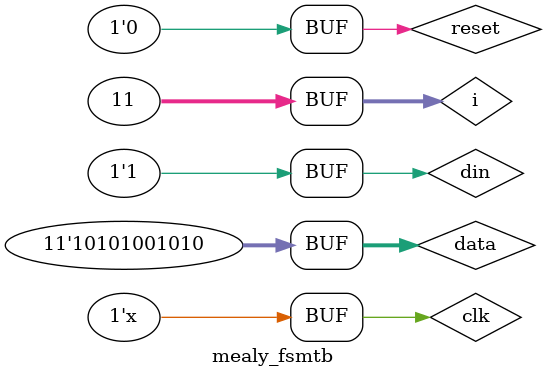
<source format=v>
`timescale 1ns / 1ps


module mealy_fsmtb;

	// Inputs
	reg din;
	reg reset;
	reg clk;
	reg[10:0] data;
	integer i;

	// Outputs
	wire y;

	// Instantiate the Unit Under Test (UUT)
	mealy_fsm uut (
		.din(din), 
		.reset(reset), 
		.clk(clk), 
		.y(y)
	);
	
	always #5 clk = ~clk;
	
	initial begin
		// Initialize Inputs
		reset = 0;
		clk=0;
		din=0;		

		data=11'b10101001010;
		for(i=0; i<11; i=i+1)
			#10 din = data[i];
		
		#100;

		// Wait 100 ns for global reset to finish
	end
endmodule


</source>
